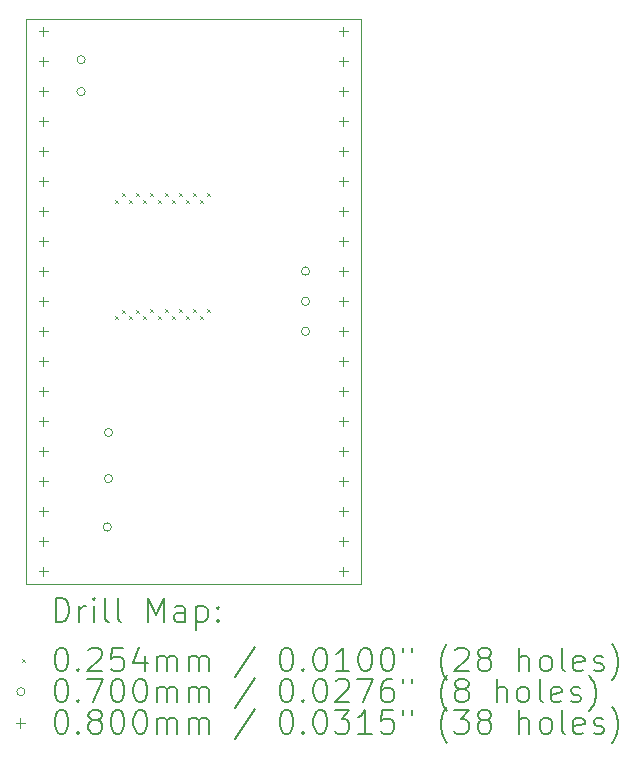
<source format=gbr>
%TF.GenerationSoftware,KiCad,Pcbnew,7.0.5-0*%
%TF.CreationDate,2023-06-27T18:34:17-07:00*%
%TF.ProjectId,AAXA01,41415841-3031-42e6-9b69-6361645f7063,rev?*%
%TF.SameCoordinates,Original*%
%TF.FileFunction,Drillmap*%
%TF.FilePolarity,Positive*%
%FSLAX45Y45*%
G04 Gerber Fmt 4.5, Leading zero omitted, Abs format (unit mm)*
G04 Created by KiCad (PCBNEW 7.0.5-0) date 2023-06-27 18:34:17*
%MOMM*%
%LPD*%
G01*
G04 APERTURE LIST*
%ADD10C,0.100000*%
%ADD11C,0.200000*%
%ADD12C,0.025400*%
%ADD13C,0.070000*%
%ADD14C,0.080000*%
G04 APERTURE END LIST*
D10*
X10000000Y-5210000D02*
X12840000Y-5210000D01*
X12840000Y-10000000D01*
X10000000Y-10000000D01*
X10000000Y-5210000D01*
D11*
D12*
X10756932Y-6745572D02*
X10782332Y-6770972D01*
X10782332Y-6745572D02*
X10756932Y-6770972D01*
X10756932Y-7725572D02*
X10782332Y-7750972D01*
X10782332Y-7725572D02*
X10756932Y-7750972D01*
X10816932Y-6685572D02*
X10842332Y-6710972D01*
X10842332Y-6685572D02*
X10816932Y-6710972D01*
X10816932Y-7675572D02*
X10842332Y-7700972D01*
X10842332Y-7675572D02*
X10816932Y-7700972D01*
X10876932Y-6745572D02*
X10902332Y-6770972D01*
X10902332Y-6745572D02*
X10876932Y-6770972D01*
X10876932Y-7725572D02*
X10902332Y-7750972D01*
X10902332Y-7725572D02*
X10876932Y-7750972D01*
X10936932Y-6685572D02*
X10962332Y-6710972D01*
X10962332Y-6685572D02*
X10936932Y-6710972D01*
X10936932Y-7675572D02*
X10962332Y-7700972D01*
X10962332Y-7675572D02*
X10936932Y-7700972D01*
X10996932Y-6745572D02*
X11022332Y-6770972D01*
X11022332Y-6745572D02*
X10996932Y-6770972D01*
X10996932Y-7725572D02*
X11022332Y-7750972D01*
X11022332Y-7725572D02*
X10996932Y-7750972D01*
X11056932Y-6685572D02*
X11082332Y-6710972D01*
X11082332Y-6685572D02*
X11056932Y-6710972D01*
X11056932Y-7665572D02*
X11082332Y-7690972D01*
X11082332Y-7665572D02*
X11056932Y-7690972D01*
X11116932Y-6745572D02*
X11142332Y-6770972D01*
X11142332Y-6745572D02*
X11116932Y-6770972D01*
X11116932Y-7725572D02*
X11142332Y-7750972D01*
X11142332Y-7725572D02*
X11116932Y-7750972D01*
X11176932Y-6685572D02*
X11202332Y-6710972D01*
X11202332Y-6685572D02*
X11176932Y-6710972D01*
X11176932Y-7665572D02*
X11202332Y-7690972D01*
X11202332Y-7665572D02*
X11176932Y-7690972D01*
X11236932Y-6745572D02*
X11262332Y-6770972D01*
X11262332Y-6745572D02*
X11236932Y-6770972D01*
X11236932Y-7725572D02*
X11262332Y-7750972D01*
X11262332Y-7725572D02*
X11236932Y-7750972D01*
X11296932Y-6685572D02*
X11322332Y-6710972D01*
X11322332Y-6685572D02*
X11296932Y-6710972D01*
X11296932Y-7665572D02*
X11322332Y-7690972D01*
X11322332Y-7665572D02*
X11296932Y-7690972D01*
X11356932Y-6745572D02*
X11382332Y-6770972D01*
X11382332Y-6745572D02*
X11356932Y-6770972D01*
X11356932Y-7725572D02*
X11382332Y-7750972D01*
X11382332Y-7725572D02*
X11356932Y-7750972D01*
X11416932Y-6685572D02*
X11442332Y-6710972D01*
X11442332Y-6685572D02*
X11416932Y-6710972D01*
X11416932Y-7665572D02*
X11442332Y-7690972D01*
X11442332Y-7665572D02*
X11416932Y-7690972D01*
X11476932Y-6745572D02*
X11502332Y-6770972D01*
X11502332Y-6745572D02*
X11476932Y-6770972D01*
X11476932Y-7725572D02*
X11502332Y-7750972D01*
X11502332Y-7725572D02*
X11476932Y-7750972D01*
X11536932Y-6685572D02*
X11562332Y-6710972D01*
X11562332Y-6685572D02*
X11536932Y-6710972D01*
X11536932Y-7665572D02*
X11562332Y-7690972D01*
X11562332Y-7665572D02*
X11536932Y-7690972D01*
D13*
X10504632Y-5558272D02*
G75*
G03*
X10504632Y-5558272I-35000J0D01*
G01*
X10504632Y-5828272D02*
G75*
G03*
X10504632Y-5828272I-35000J0D01*
G01*
X10725882Y-9514772D02*
G75*
G03*
X10725882Y-9514772I-35000J0D01*
G01*
X10735882Y-8714772D02*
G75*
G03*
X10735882Y-8714772I-35000J0D01*
G01*
X10735882Y-9104772D02*
G75*
G03*
X10735882Y-9104772I-35000J0D01*
G01*
X12404246Y-7603630D02*
G75*
G03*
X12404246Y-7603630I-35000J0D01*
G01*
X12404632Y-7348272D02*
G75*
G03*
X12404632Y-7348272I-35000J0D01*
G01*
X12404632Y-7858272D02*
G75*
G03*
X12404632Y-7858272I-35000J0D01*
G01*
D14*
X10149632Y-5278272D02*
X10149632Y-5358272D01*
X10109632Y-5318272D02*
X10189632Y-5318272D01*
X10149632Y-5532272D02*
X10149632Y-5612272D01*
X10109632Y-5572272D02*
X10189632Y-5572272D01*
X10149632Y-5786272D02*
X10149632Y-5866272D01*
X10109632Y-5826272D02*
X10189632Y-5826272D01*
X10149632Y-6040272D02*
X10149632Y-6120272D01*
X10109632Y-6080272D02*
X10189632Y-6080272D01*
X10149632Y-6294272D02*
X10149632Y-6374272D01*
X10109632Y-6334272D02*
X10189632Y-6334272D01*
X10149632Y-6548272D02*
X10149632Y-6628272D01*
X10109632Y-6588272D02*
X10189632Y-6588272D01*
X10149632Y-6802272D02*
X10149632Y-6882272D01*
X10109632Y-6842272D02*
X10189632Y-6842272D01*
X10149632Y-7056272D02*
X10149632Y-7136272D01*
X10109632Y-7096272D02*
X10189632Y-7096272D01*
X10149632Y-7310272D02*
X10149632Y-7390272D01*
X10109632Y-7350272D02*
X10189632Y-7350272D01*
X10149632Y-7564272D02*
X10149632Y-7644272D01*
X10109632Y-7604272D02*
X10189632Y-7604272D01*
X10149632Y-7818272D02*
X10149632Y-7898272D01*
X10109632Y-7858272D02*
X10189632Y-7858272D01*
X10149632Y-8072272D02*
X10149632Y-8152272D01*
X10109632Y-8112272D02*
X10189632Y-8112272D01*
X10149632Y-8326272D02*
X10149632Y-8406272D01*
X10109632Y-8366272D02*
X10189632Y-8366272D01*
X10149632Y-8580272D02*
X10149632Y-8660272D01*
X10109632Y-8620272D02*
X10189632Y-8620272D01*
X10149632Y-8834272D02*
X10149632Y-8914272D01*
X10109632Y-8874272D02*
X10189632Y-8874272D01*
X10149632Y-9088272D02*
X10149632Y-9168272D01*
X10109632Y-9128272D02*
X10189632Y-9128272D01*
X10149632Y-9342272D02*
X10149632Y-9422272D01*
X10109632Y-9382272D02*
X10189632Y-9382272D01*
X10150000Y-9596000D02*
X10150000Y-9676000D01*
X10110000Y-9636000D02*
X10190000Y-9636000D01*
X10150000Y-9850000D02*
X10150000Y-9930000D01*
X10110000Y-9890000D02*
X10190000Y-9890000D01*
X12689632Y-5278272D02*
X12689632Y-5358272D01*
X12649632Y-5318272D02*
X12729632Y-5318272D01*
X12689632Y-5532272D02*
X12689632Y-5612272D01*
X12649632Y-5572272D02*
X12729632Y-5572272D01*
X12689632Y-5786272D02*
X12689632Y-5866272D01*
X12649632Y-5826272D02*
X12729632Y-5826272D01*
X12689632Y-6040272D02*
X12689632Y-6120272D01*
X12649632Y-6080272D02*
X12729632Y-6080272D01*
X12689632Y-6294272D02*
X12689632Y-6374272D01*
X12649632Y-6334272D02*
X12729632Y-6334272D01*
X12689632Y-6548272D02*
X12689632Y-6628272D01*
X12649632Y-6588272D02*
X12729632Y-6588272D01*
X12689632Y-6802272D02*
X12689632Y-6882272D01*
X12649632Y-6842272D02*
X12729632Y-6842272D01*
X12689632Y-7056272D02*
X12689632Y-7136272D01*
X12649632Y-7096272D02*
X12729632Y-7096272D01*
X12689632Y-7310272D02*
X12689632Y-7390272D01*
X12649632Y-7350272D02*
X12729632Y-7350272D01*
X12689632Y-7564272D02*
X12689632Y-7644272D01*
X12649632Y-7604272D02*
X12729632Y-7604272D01*
X12689632Y-7818272D02*
X12689632Y-7898272D01*
X12649632Y-7858272D02*
X12729632Y-7858272D01*
X12689632Y-8072272D02*
X12689632Y-8152272D01*
X12649632Y-8112272D02*
X12729632Y-8112272D01*
X12689632Y-8326272D02*
X12689632Y-8406272D01*
X12649632Y-8366272D02*
X12729632Y-8366272D01*
X12689632Y-8580272D02*
X12689632Y-8660272D01*
X12649632Y-8620272D02*
X12729632Y-8620272D01*
X12689632Y-8834272D02*
X12689632Y-8914272D01*
X12649632Y-8874272D02*
X12729632Y-8874272D01*
X12689632Y-9088272D02*
X12689632Y-9168272D01*
X12649632Y-9128272D02*
X12729632Y-9128272D01*
X12689632Y-9342272D02*
X12689632Y-9422272D01*
X12649632Y-9382272D02*
X12729632Y-9382272D01*
X12689632Y-9596272D02*
X12689632Y-9676272D01*
X12649632Y-9636272D02*
X12729632Y-9636272D01*
X12689632Y-9850272D02*
X12689632Y-9930272D01*
X12649632Y-9890272D02*
X12729632Y-9890272D01*
D11*
X10255777Y-10316484D02*
X10255777Y-10116484D01*
X10255777Y-10116484D02*
X10303396Y-10116484D01*
X10303396Y-10116484D02*
X10331967Y-10126008D01*
X10331967Y-10126008D02*
X10351015Y-10145055D01*
X10351015Y-10145055D02*
X10360539Y-10164103D01*
X10360539Y-10164103D02*
X10370063Y-10202198D01*
X10370063Y-10202198D02*
X10370063Y-10230770D01*
X10370063Y-10230770D02*
X10360539Y-10268865D01*
X10360539Y-10268865D02*
X10351015Y-10287912D01*
X10351015Y-10287912D02*
X10331967Y-10306960D01*
X10331967Y-10306960D02*
X10303396Y-10316484D01*
X10303396Y-10316484D02*
X10255777Y-10316484D01*
X10455777Y-10316484D02*
X10455777Y-10183150D01*
X10455777Y-10221246D02*
X10465301Y-10202198D01*
X10465301Y-10202198D02*
X10474824Y-10192674D01*
X10474824Y-10192674D02*
X10493872Y-10183150D01*
X10493872Y-10183150D02*
X10512920Y-10183150D01*
X10579586Y-10316484D02*
X10579586Y-10183150D01*
X10579586Y-10116484D02*
X10570063Y-10126008D01*
X10570063Y-10126008D02*
X10579586Y-10135531D01*
X10579586Y-10135531D02*
X10589110Y-10126008D01*
X10589110Y-10126008D02*
X10579586Y-10116484D01*
X10579586Y-10116484D02*
X10579586Y-10135531D01*
X10703396Y-10316484D02*
X10684348Y-10306960D01*
X10684348Y-10306960D02*
X10674824Y-10287912D01*
X10674824Y-10287912D02*
X10674824Y-10116484D01*
X10808158Y-10316484D02*
X10789110Y-10306960D01*
X10789110Y-10306960D02*
X10779586Y-10287912D01*
X10779586Y-10287912D02*
X10779586Y-10116484D01*
X11036729Y-10316484D02*
X11036729Y-10116484D01*
X11036729Y-10116484D02*
X11103396Y-10259341D01*
X11103396Y-10259341D02*
X11170063Y-10116484D01*
X11170063Y-10116484D02*
X11170063Y-10316484D01*
X11351015Y-10316484D02*
X11351015Y-10211722D01*
X11351015Y-10211722D02*
X11341491Y-10192674D01*
X11341491Y-10192674D02*
X11322443Y-10183150D01*
X11322443Y-10183150D02*
X11284348Y-10183150D01*
X11284348Y-10183150D02*
X11265301Y-10192674D01*
X11351015Y-10306960D02*
X11331967Y-10316484D01*
X11331967Y-10316484D02*
X11284348Y-10316484D01*
X11284348Y-10316484D02*
X11265301Y-10306960D01*
X11265301Y-10306960D02*
X11255777Y-10287912D01*
X11255777Y-10287912D02*
X11255777Y-10268865D01*
X11255777Y-10268865D02*
X11265301Y-10249817D01*
X11265301Y-10249817D02*
X11284348Y-10240293D01*
X11284348Y-10240293D02*
X11331967Y-10240293D01*
X11331967Y-10240293D02*
X11351015Y-10230770D01*
X11446253Y-10183150D02*
X11446253Y-10383150D01*
X11446253Y-10192674D02*
X11465301Y-10183150D01*
X11465301Y-10183150D02*
X11503396Y-10183150D01*
X11503396Y-10183150D02*
X11522443Y-10192674D01*
X11522443Y-10192674D02*
X11531967Y-10202198D01*
X11531967Y-10202198D02*
X11541491Y-10221246D01*
X11541491Y-10221246D02*
X11541491Y-10278389D01*
X11541491Y-10278389D02*
X11531967Y-10297436D01*
X11531967Y-10297436D02*
X11522443Y-10306960D01*
X11522443Y-10306960D02*
X11503396Y-10316484D01*
X11503396Y-10316484D02*
X11465301Y-10316484D01*
X11465301Y-10316484D02*
X11446253Y-10306960D01*
X11627205Y-10297436D02*
X11636729Y-10306960D01*
X11636729Y-10306960D02*
X11627205Y-10316484D01*
X11627205Y-10316484D02*
X11617682Y-10306960D01*
X11617682Y-10306960D02*
X11627205Y-10297436D01*
X11627205Y-10297436D02*
X11627205Y-10316484D01*
X11627205Y-10192674D02*
X11636729Y-10202198D01*
X11636729Y-10202198D02*
X11627205Y-10211722D01*
X11627205Y-10211722D02*
X11617682Y-10202198D01*
X11617682Y-10202198D02*
X11627205Y-10192674D01*
X11627205Y-10192674D02*
X11627205Y-10211722D01*
D12*
X9969600Y-10632300D02*
X9995000Y-10657700D01*
X9995000Y-10632300D02*
X9969600Y-10657700D01*
D11*
X10293872Y-10536484D02*
X10312920Y-10536484D01*
X10312920Y-10536484D02*
X10331967Y-10546008D01*
X10331967Y-10546008D02*
X10341491Y-10555531D01*
X10341491Y-10555531D02*
X10351015Y-10574579D01*
X10351015Y-10574579D02*
X10360539Y-10612674D01*
X10360539Y-10612674D02*
X10360539Y-10660293D01*
X10360539Y-10660293D02*
X10351015Y-10698389D01*
X10351015Y-10698389D02*
X10341491Y-10717436D01*
X10341491Y-10717436D02*
X10331967Y-10726960D01*
X10331967Y-10726960D02*
X10312920Y-10736484D01*
X10312920Y-10736484D02*
X10293872Y-10736484D01*
X10293872Y-10736484D02*
X10274824Y-10726960D01*
X10274824Y-10726960D02*
X10265301Y-10717436D01*
X10265301Y-10717436D02*
X10255777Y-10698389D01*
X10255777Y-10698389D02*
X10246253Y-10660293D01*
X10246253Y-10660293D02*
X10246253Y-10612674D01*
X10246253Y-10612674D02*
X10255777Y-10574579D01*
X10255777Y-10574579D02*
X10265301Y-10555531D01*
X10265301Y-10555531D02*
X10274824Y-10546008D01*
X10274824Y-10546008D02*
X10293872Y-10536484D01*
X10446253Y-10717436D02*
X10455777Y-10726960D01*
X10455777Y-10726960D02*
X10446253Y-10736484D01*
X10446253Y-10736484D02*
X10436729Y-10726960D01*
X10436729Y-10726960D02*
X10446253Y-10717436D01*
X10446253Y-10717436D02*
X10446253Y-10736484D01*
X10531967Y-10555531D02*
X10541491Y-10546008D01*
X10541491Y-10546008D02*
X10560539Y-10536484D01*
X10560539Y-10536484D02*
X10608158Y-10536484D01*
X10608158Y-10536484D02*
X10627205Y-10546008D01*
X10627205Y-10546008D02*
X10636729Y-10555531D01*
X10636729Y-10555531D02*
X10646253Y-10574579D01*
X10646253Y-10574579D02*
X10646253Y-10593627D01*
X10646253Y-10593627D02*
X10636729Y-10622198D01*
X10636729Y-10622198D02*
X10522444Y-10736484D01*
X10522444Y-10736484D02*
X10646253Y-10736484D01*
X10827205Y-10536484D02*
X10731967Y-10536484D01*
X10731967Y-10536484D02*
X10722444Y-10631722D01*
X10722444Y-10631722D02*
X10731967Y-10622198D01*
X10731967Y-10622198D02*
X10751015Y-10612674D01*
X10751015Y-10612674D02*
X10798634Y-10612674D01*
X10798634Y-10612674D02*
X10817682Y-10622198D01*
X10817682Y-10622198D02*
X10827205Y-10631722D01*
X10827205Y-10631722D02*
X10836729Y-10650770D01*
X10836729Y-10650770D02*
X10836729Y-10698389D01*
X10836729Y-10698389D02*
X10827205Y-10717436D01*
X10827205Y-10717436D02*
X10817682Y-10726960D01*
X10817682Y-10726960D02*
X10798634Y-10736484D01*
X10798634Y-10736484D02*
X10751015Y-10736484D01*
X10751015Y-10736484D02*
X10731967Y-10726960D01*
X10731967Y-10726960D02*
X10722444Y-10717436D01*
X11008158Y-10603150D02*
X11008158Y-10736484D01*
X10960539Y-10526960D02*
X10912920Y-10669817D01*
X10912920Y-10669817D02*
X11036729Y-10669817D01*
X11112920Y-10736484D02*
X11112920Y-10603150D01*
X11112920Y-10622198D02*
X11122444Y-10612674D01*
X11122444Y-10612674D02*
X11141491Y-10603150D01*
X11141491Y-10603150D02*
X11170063Y-10603150D01*
X11170063Y-10603150D02*
X11189110Y-10612674D01*
X11189110Y-10612674D02*
X11198634Y-10631722D01*
X11198634Y-10631722D02*
X11198634Y-10736484D01*
X11198634Y-10631722D02*
X11208158Y-10612674D01*
X11208158Y-10612674D02*
X11227205Y-10603150D01*
X11227205Y-10603150D02*
X11255777Y-10603150D01*
X11255777Y-10603150D02*
X11274824Y-10612674D01*
X11274824Y-10612674D02*
X11284348Y-10631722D01*
X11284348Y-10631722D02*
X11284348Y-10736484D01*
X11379586Y-10736484D02*
X11379586Y-10603150D01*
X11379586Y-10622198D02*
X11389110Y-10612674D01*
X11389110Y-10612674D02*
X11408158Y-10603150D01*
X11408158Y-10603150D02*
X11436729Y-10603150D01*
X11436729Y-10603150D02*
X11455777Y-10612674D01*
X11455777Y-10612674D02*
X11465301Y-10631722D01*
X11465301Y-10631722D02*
X11465301Y-10736484D01*
X11465301Y-10631722D02*
X11474824Y-10612674D01*
X11474824Y-10612674D02*
X11493872Y-10603150D01*
X11493872Y-10603150D02*
X11522443Y-10603150D01*
X11522443Y-10603150D02*
X11541491Y-10612674D01*
X11541491Y-10612674D02*
X11551015Y-10631722D01*
X11551015Y-10631722D02*
X11551015Y-10736484D01*
X11941491Y-10526960D02*
X11770063Y-10784103D01*
X12198634Y-10536484D02*
X12217682Y-10536484D01*
X12217682Y-10536484D02*
X12236729Y-10546008D01*
X12236729Y-10546008D02*
X12246253Y-10555531D01*
X12246253Y-10555531D02*
X12255777Y-10574579D01*
X12255777Y-10574579D02*
X12265301Y-10612674D01*
X12265301Y-10612674D02*
X12265301Y-10660293D01*
X12265301Y-10660293D02*
X12255777Y-10698389D01*
X12255777Y-10698389D02*
X12246253Y-10717436D01*
X12246253Y-10717436D02*
X12236729Y-10726960D01*
X12236729Y-10726960D02*
X12217682Y-10736484D01*
X12217682Y-10736484D02*
X12198634Y-10736484D01*
X12198634Y-10736484D02*
X12179586Y-10726960D01*
X12179586Y-10726960D02*
X12170063Y-10717436D01*
X12170063Y-10717436D02*
X12160539Y-10698389D01*
X12160539Y-10698389D02*
X12151015Y-10660293D01*
X12151015Y-10660293D02*
X12151015Y-10612674D01*
X12151015Y-10612674D02*
X12160539Y-10574579D01*
X12160539Y-10574579D02*
X12170063Y-10555531D01*
X12170063Y-10555531D02*
X12179586Y-10546008D01*
X12179586Y-10546008D02*
X12198634Y-10536484D01*
X12351015Y-10717436D02*
X12360539Y-10726960D01*
X12360539Y-10726960D02*
X12351015Y-10736484D01*
X12351015Y-10736484D02*
X12341491Y-10726960D01*
X12341491Y-10726960D02*
X12351015Y-10717436D01*
X12351015Y-10717436D02*
X12351015Y-10736484D01*
X12484348Y-10536484D02*
X12503396Y-10536484D01*
X12503396Y-10536484D02*
X12522444Y-10546008D01*
X12522444Y-10546008D02*
X12531967Y-10555531D01*
X12531967Y-10555531D02*
X12541491Y-10574579D01*
X12541491Y-10574579D02*
X12551015Y-10612674D01*
X12551015Y-10612674D02*
X12551015Y-10660293D01*
X12551015Y-10660293D02*
X12541491Y-10698389D01*
X12541491Y-10698389D02*
X12531967Y-10717436D01*
X12531967Y-10717436D02*
X12522444Y-10726960D01*
X12522444Y-10726960D02*
X12503396Y-10736484D01*
X12503396Y-10736484D02*
X12484348Y-10736484D01*
X12484348Y-10736484D02*
X12465301Y-10726960D01*
X12465301Y-10726960D02*
X12455777Y-10717436D01*
X12455777Y-10717436D02*
X12446253Y-10698389D01*
X12446253Y-10698389D02*
X12436729Y-10660293D01*
X12436729Y-10660293D02*
X12436729Y-10612674D01*
X12436729Y-10612674D02*
X12446253Y-10574579D01*
X12446253Y-10574579D02*
X12455777Y-10555531D01*
X12455777Y-10555531D02*
X12465301Y-10546008D01*
X12465301Y-10546008D02*
X12484348Y-10536484D01*
X12741491Y-10736484D02*
X12627206Y-10736484D01*
X12684348Y-10736484D02*
X12684348Y-10536484D01*
X12684348Y-10536484D02*
X12665301Y-10565055D01*
X12665301Y-10565055D02*
X12646253Y-10584103D01*
X12646253Y-10584103D02*
X12627206Y-10593627D01*
X12865301Y-10536484D02*
X12884348Y-10536484D01*
X12884348Y-10536484D02*
X12903396Y-10546008D01*
X12903396Y-10546008D02*
X12912920Y-10555531D01*
X12912920Y-10555531D02*
X12922444Y-10574579D01*
X12922444Y-10574579D02*
X12931967Y-10612674D01*
X12931967Y-10612674D02*
X12931967Y-10660293D01*
X12931967Y-10660293D02*
X12922444Y-10698389D01*
X12922444Y-10698389D02*
X12912920Y-10717436D01*
X12912920Y-10717436D02*
X12903396Y-10726960D01*
X12903396Y-10726960D02*
X12884348Y-10736484D01*
X12884348Y-10736484D02*
X12865301Y-10736484D01*
X12865301Y-10736484D02*
X12846253Y-10726960D01*
X12846253Y-10726960D02*
X12836729Y-10717436D01*
X12836729Y-10717436D02*
X12827206Y-10698389D01*
X12827206Y-10698389D02*
X12817682Y-10660293D01*
X12817682Y-10660293D02*
X12817682Y-10612674D01*
X12817682Y-10612674D02*
X12827206Y-10574579D01*
X12827206Y-10574579D02*
X12836729Y-10555531D01*
X12836729Y-10555531D02*
X12846253Y-10546008D01*
X12846253Y-10546008D02*
X12865301Y-10536484D01*
X13055777Y-10536484D02*
X13074825Y-10536484D01*
X13074825Y-10536484D02*
X13093872Y-10546008D01*
X13093872Y-10546008D02*
X13103396Y-10555531D01*
X13103396Y-10555531D02*
X13112920Y-10574579D01*
X13112920Y-10574579D02*
X13122444Y-10612674D01*
X13122444Y-10612674D02*
X13122444Y-10660293D01*
X13122444Y-10660293D02*
X13112920Y-10698389D01*
X13112920Y-10698389D02*
X13103396Y-10717436D01*
X13103396Y-10717436D02*
X13093872Y-10726960D01*
X13093872Y-10726960D02*
X13074825Y-10736484D01*
X13074825Y-10736484D02*
X13055777Y-10736484D01*
X13055777Y-10736484D02*
X13036729Y-10726960D01*
X13036729Y-10726960D02*
X13027206Y-10717436D01*
X13027206Y-10717436D02*
X13017682Y-10698389D01*
X13017682Y-10698389D02*
X13008158Y-10660293D01*
X13008158Y-10660293D02*
X13008158Y-10612674D01*
X13008158Y-10612674D02*
X13017682Y-10574579D01*
X13017682Y-10574579D02*
X13027206Y-10555531D01*
X13027206Y-10555531D02*
X13036729Y-10546008D01*
X13036729Y-10546008D02*
X13055777Y-10536484D01*
X13198634Y-10536484D02*
X13198634Y-10574579D01*
X13274825Y-10536484D02*
X13274825Y-10574579D01*
X13570063Y-10812674D02*
X13560539Y-10803150D01*
X13560539Y-10803150D02*
X13541491Y-10774579D01*
X13541491Y-10774579D02*
X13531968Y-10755531D01*
X13531968Y-10755531D02*
X13522444Y-10726960D01*
X13522444Y-10726960D02*
X13512920Y-10679341D01*
X13512920Y-10679341D02*
X13512920Y-10641246D01*
X13512920Y-10641246D02*
X13522444Y-10593627D01*
X13522444Y-10593627D02*
X13531968Y-10565055D01*
X13531968Y-10565055D02*
X13541491Y-10546008D01*
X13541491Y-10546008D02*
X13560539Y-10517436D01*
X13560539Y-10517436D02*
X13570063Y-10507912D01*
X13636729Y-10555531D02*
X13646253Y-10546008D01*
X13646253Y-10546008D02*
X13665301Y-10536484D01*
X13665301Y-10536484D02*
X13712920Y-10536484D01*
X13712920Y-10536484D02*
X13731968Y-10546008D01*
X13731968Y-10546008D02*
X13741491Y-10555531D01*
X13741491Y-10555531D02*
X13751015Y-10574579D01*
X13751015Y-10574579D02*
X13751015Y-10593627D01*
X13751015Y-10593627D02*
X13741491Y-10622198D01*
X13741491Y-10622198D02*
X13627206Y-10736484D01*
X13627206Y-10736484D02*
X13751015Y-10736484D01*
X13865301Y-10622198D02*
X13846253Y-10612674D01*
X13846253Y-10612674D02*
X13836729Y-10603150D01*
X13836729Y-10603150D02*
X13827206Y-10584103D01*
X13827206Y-10584103D02*
X13827206Y-10574579D01*
X13827206Y-10574579D02*
X13836729Y-10555531D01*
X13836729Y-10555531D02*
X13846253Y-10546008D01*
X13846253Y-10546008D02*
X13865301Y-10536484D01*
X13865301Y-10536484D02*
X13903396Y-10536484D01*
X13903396Y-10536484D02*
X13922444Y-10546008D01*
X13922444Y-10546008D02*
X13931968Y-10555531D01*
X13931968Y-10555531D02*
X13941491Y-10574579D01*
X13941491Y-10574579D02*
X13941491Y-10584103D01*
X13941491Y-10584103D02*
X13931968Y-10603150D01*
X13931968Y-10603150D02*
X13922444Y-10612674D01*
X13922444Y-10612674D02*
X13903396Y-10622198D01*
X13903396Y-10622198D02*
X13865301Y-10622198D01*
X13865301Y-10622198D02*
X13846253Y-10631722D01*
X13846253Y-10631722D02*
X13836729Y-10641246D01*
X13836729Y-10641246D02*
X13827206Y-10660293D01*
X13827206Y-10660293D02*
X13827206Y-10698389D01*
X13827206Y-10698389D02*
X13836729Y-10717436D01*
X13836729Y-10717436D02*
X13846253Y-10726960D01*
X13846253Y-10726960D02*
X13865301Y-10736484D01*
X13865301Y-10736484D02*
X13903396Y-10736484D01*
X13903396Y-10736484D02*
X13922444Y-10726960D01*
X13922444Y-10726960D02*
X13931968Y-10717436D01*
X13931968Y-10717436D02*
X13941491Y-10698389D01*
X13941491Y-10698389D02*
X13941491Y-10660293D01*
X13941491Y-10660293D02*
X13931968Y-10641246D01*
X13931968Y-10641246D02*
X13922444Y-10631722D01*
X13922444Y-10631722D02*
X13903396Y-10622198D01*
X14179587Y-10736484D02*
X14179587Y-10536484D01*
X14265301Y-10736484D02*
X14265301Y-10631722D01*
X14265301Y-10631722D02*
X14255777Y-10612674D01*
X14255777Y-10612674D02*
X14236730Y-10603150D01*
X14236730Y-10603150D02*
X14208158Y-10603150D01*
X14208158Y-10603150D02*
X14189110Y-10612674D01*
X14189110Y-10612674D02*
X14179587Y-10622198D01*
X14389110Y-10736484D02*
X14370063Y-10726960D01*
X14370063Y-10726960D02*
X14360539Y-10717436D01*
X14360539Y-10717436D02*
X14351015Y-10698389D01*
X14351015Y-10698389D02*
X14351015Y-10641246D01*
X14351015Y-10641246D02*
X14360539Y-10622198D01*
X14360539Y-10622198D02*
X14370063Y-10612674D01*
X14370063Y-10612674D02*
X14389110Y-10603150D01*
X14389110Y-10603150D02*
X14417682Y-10603150D01*
X14417682Y-10603150D02*
X14436730Y-10612674D01*
X14436730Y-10612674D02*
X14446253Y-10622198D01*
X14446253Y-10622198D02*
X14455777Y-10641246D01*
X14455777Y-10641246D02*
X14455777Y-10698389D01*
X14455777Y-10698389D02*
X14446253Y-10717436D01*
X14446253Y-10717436D02*
X14436730Y-10726960D01*
X14436730Y-10726960D02*
X14417682Y-10736484D01*
X14417682Y-10736484D02*
X14389110Y-10736484D01*
X14570063Y-10736484D02*
X14551015Y-10726960D01*
X14551015Y-10726960D02*
X14541491Y-10707912D01*
X14541491Y-10707912D02*
X14541491Y-10536484D01*
X14722444Y-10726960D02*
X14703396Y-10736484D01*
X14703396Y-10736484D02*
X14665301Y-10736484D01*
X14665301Y-10736484D02*
X14646253Y-10726960D01*
X14646253Y-10726960D02*
X14636730Y-10707912D01*
X14636730Y-10707912D02*
X14636730Y-10631722D01*
X14636730Y-10631722D02*
X14646253Y-10612674D01*
X14646253Y-10612674D02*
X14665301Y-10603150D01*
X14665301Y-10603150D02*
X14703396Y-10603150D01*
X14703396Y-10603150D02*
X14722444Y-10612674D01*
X14722444Y-10612674D02*
X14731968Y-10631722D01*
X14731968Y-10631722D02*
X14731968Y-10650770D01*
X14731968Y-10650770D02*
X14636730Y-10669817D01*
X14808158Y-10726960D02*
X14827206Y-10736484D01*
X14827206Y-10736484D02*
X14865301Y-10736484D01*
X14865301Y-10736484D02*
X14884349Y-10726960D01*
X14884349Y-10726960D02*
X14893872Y-10707912D01*
X14893872Y-10707912D02*
X14893872Y-10698389D01*
X14893872Y-10698389D02*
X14884349Y-10679341D01*
X14884349Y-10679341D02*
X14865301Y-10669817D01*
X14865301Y-10669817D02*
X14836730Y-10669817D01*
X14836730Y-10669817D02*
X14817682Y-10660293D01*
X14817682Y-10660293D02*
X14808158Y-10641246D01*
X14808158Y-10641246D02*
X14808158Y-10631722D01*
X14808158Y-10631722D02*
X14817682Y-10612674D01*
X14817682Y-10612674D02*
X14836730Y-10603150D01*
X14836730Y-10603150D02*
X14865301Y-10603150D01*
X14865301Y-10603150D02*
X14884349Y-10612674D01*
X14960539Y-10812674D02*
X14970063Y-10803150D01*
X14970063Y-10803150D02*
X14989111Y-10774579D01*
X14989111Y-10774579D02*
X14998634Y-10755531D01*
X14998634Y-10755531D02*
X15008158Y-10726960D01*
X15008158Y-10726960D02*
X15017682Y-10679341D01*
X15017682Y-10679341D02*
X15017682Y-10641246D01*
X15017682Y-10641246D02*
X15008158Y-10593627D01*
X15008158Y-10593627D02*
X14998634Y-10565055D01*
X14998634Y-10565055D02*
X14989111Y-10546008D01*
X14989111Y-10546008D02*
X14970063Y-10517436D01*
X14970063Y-10517436D02*
X14960539Y-10507912D01*
D13*
X9995000Y-10909000D02*
G75*
G03*
X9995000Y-10909000I-35000J0D01*
G01*
D11*
X10293872Y-10800484D02*
X10312920Y-10800484D01*
X10312920Y-10800484D02*
X10331967Y-10810008D01*
X10331967Y-10810008D02*
X10341491Y-10819531D01*
X10341491Y-10819531D02*
X10351015Y-10838579D01*
X10351015Y-10838579D02*
X10360539Y-10876674D01*
X10360539Y-10876674D02*
X10360539Y-10924293D01*
X10360539Y-10924293D02*
X10351015Y-10962389D01*
X10351015Y-10962389D02*
X10341491Y-10981436D01*
X10341491Y-10981436D02*
X10331967Y-10990960D01*
X10331967Y-10990960D02*
X10312920Y-11000484D01*
X10312920Y-11000484D02*
X10293872Y-11000484D01*
X10293872Y-11000484D02*
X10274824Y-10990960D01*
X10274824Y-10990960D02*
X10265301Y-10981436D01*
X10265301Y-10981436D02*
X10255777Y-10962389D01*
X10255777Y-10962389D02*
X10246253Y-10924293D01*
X10246253Y-10924293D02*
X10246253Y-10876674D01*
X10246253Y-10876674D02*
X10255777Y-10838579D01*
X10255777Y-10838579D02*
X10265301Y-10819531D01*
X10265301Y-10819531D02*
X10274824Y-10810008D01*
X10274824Y-10810008D02*
X10293872Y-10800484D01*
X10446253Y-10981436D02*
X10455777Y-10990960D01*
X10455777Y-10990960D02*
X10446253Y-11000484D01*
X10446253Y-11000484D02*
X10436729Y-10990960D01*
X10436729Y-10990960D02*
X10446253Y-10981436D01*
X10446253Y-10981436D02*
X10446253Y-11000484D01*
X10522444Y-10800484D02*
X10655777Y-10800484D01*
X10655777Y-10800484D02*
X10570063Y-11000484D01*
X10770063Y-10800484D02*
X10789110Y-10800484D01*
X10789110Y-10800484D02*
X10808158Y-10810008D01*
X10808158Y-10810008D02*
X10817682Y-10819531D01*
X10817682Y-10819531D02*
X10827205Y-10838579D01*
X10827205Y-10838579D02*
X10836729Y-10876674D01*
X10836729Y-10876674D02*
X10836729Y-10924293D01*
X10836729Y-10924293D02*
X10827205Y-10962389D01*
X10827205Y-10962389D02*
X10817682Y-10981436D01*
X10817682Y-10981436D02*
X10808158Y-10990960D01*
X10808158Y-10990960D02*
X10789110Y-11000484D01*
X10789110Y-11000484D02*
X10770063Y-11000484D01*
X10770063Y-11000484D02*
X10751015Y-10990960D01*
X10751015Y-10990960D02*
X10741491Y-10981436D01*
X10741491Y-10981436D02*
X10731967Y-10962389D01*
X10731967Y-10962389D02*
X10722444Y-10924293D01*
X10722444Y-10924293D02*
X10722444Y-10876674D01*
X10722444Y-10876674D02*
X10731967Y-10838579D01*
X10731967Y-10838579D02*
X10741491Y-10819531D01*
X10741491Y-10819531D02*
X10751015Y-10810008D01*
X10751015Y-10810008D02*
X10770063Y-10800484D01*
X10960539Y-10800484D02*
X10979586Y-10800484D01*
X10979586Y-10800484D02*
X10998634Y-10810008D01*
X10998634Y-10810008D02*
X11008158Y-10819531D01*
X11008158Y-10819531D02*
X11017682Y-10838579D01*
X11017682Y-10838579D02*
X11027205Y-10876674D01*
X11027205Y-10876674D02*
X11027205Y-10924293D01*
X11027205Y-10924293D02*
X11017682Y-10962389D01*
X11017682Y-10962389D02*
X11008158Y-10981436D01*
X11008158Y-10981436D02*
X10998634Y-10990960D01*
X10998634Y-10990960D02*
X10979586Y-11000484D01*
X10979586Y-11000484D02*
X10960539Y-11000484D01*
X10960539Y-11000484D02*
X10941491Y-10990960D01*
X10941491Y-10990960D02*
X10931967Y-10981436D01*
X10931967Y-10981436D02*
X10922444Y-10962389D01*
X10922444Y-10962389D02*
X10912920Y-10924293D01*
X10912920Y-10924293D02*
X10912920Y-10876674D01*
X10912920Y-10876674D02*
X10922444Y-10838579D01*
X10922444Y-10838579D02*
X10931967Y-10819531D01*
X10931967Y-10819531D02*
X10941491Y-10810008D01*
X10941491Y-10810008D02*
X10960539Y-10800484D01*
X11112920Y-11000484D02*
X11112920Y-10867150D01*
X11112920Y-10886198D02*
X11122444Y-10876674D01*
X11122444Y-10876674D02*
X11141491Y-10867150D01*
X11141491Y-10867150D02*
X11170063Y-10867150D01*
X11170063Y-10867150D02*
X11189110Y-10876674D01*
X11189110Y-10876674D02*
X11198634Y-10895722D01*
X11198634Y-10895722D02*
X11198634Y-11000484D01*
X11198634Y-10895722D02*
X11208158Y-10876674D01*
X11208158Y-10876674D02*
X11227205Y-10867150D01*
X11227205Y-10867150D02*
X11255777Y-10867150D01*
X11255777Y-10867150D02*
X11274824Y-10876674D01*
X11274824Y-10876674D02*
X11284348Y-10895722D01*
X11284348Y-10895722D02*
X11284348Y-11000484D01*
X11379586Y-11000484D02*
X11379586Y-10867150D01*
X11379586Y-10886198D02*
X11389110Y-10876674D01*
X11389110Y-10876674D02*
X11408158Y-10867150D01*
X11408158Y-10867150D02*
X11436729Y-10867150D01*
X11436729Y-10867150D02*
X11455777Y-10876674D01*
X11455777Y-10876674D02*
X11465301Y-10895722D01*
X11465301Y-10895722D02*
X11465301Y-11000484D01*
X11465301Y-10895722D02*
X11474824Y-10876674D01*
X11474824Y-10876674D02*
X11493872Y-10867150D01*
X11493872Y-10867150D02*
X11522443Y-10867150D01*
X11522443Y-10867150D02*
X11541491Y-10876674D01*
X11541491Y-10876674D02*
X11551015Y-10895722D01*
X11551015Y-10895722D02*
X11551015Y-11000484D01*
X11941491Y-10790960D02*
X11770063Y-11048103D01*
X12198634Y-10800484D02*
X12217682Y-10800484D01*
X12217682Y-10800484D02*
X12236729Y-10810008D01*
X12236729Y-10810008D02*
X12246253Y-10819531D01*
X12246253Y-10819531D02*
X12255777Y-10838579D01*
X12255777Y-10838579D02*
X12265301Y-10876674D01*
X12265301Y-10876674D02*
X12265301Y-10924293D01*
X12265301Y-10924293D02*
X12255777Y-10962389D01*
X12255777Y-10962389D02*
X12246253Y-10981436D01*
X12246253Y-10981436D02*
X12236729Y-10990960D01*
X12236729Y-10990960D02*
X12217682Y-11000484D01*
X12217682Y-11000484D02*
X12198634Y-11000484D01*
X12198634Y-11000484D02*
X12179586Y-10990960D01*
X12179586Y-10990960D02*
X12170063Y-10981436D01*
X12170063Y-10981436D02*
X12160539Y-10962389D01*
X12160539Y-10962389D02*
X12151015Y-10924293D01*
X12151015Y-10924293D02*
X12151015Y-10876674D01*
X12151015Y-10876674D02*
X12160539Y-10838579D01*
X12160539Y-10838579D02*
X12170063Y-10819531D01*
X12170063Y-10819531D02*
X12179586Y-10810008D01*
X12179586Y-10810008D02*
X12198634Y-10800484D01*
X12351015Y-10981436D02*
X12360539Y-10990960D01*
X12360539Y-10990960D02*
X12351015Y-11000484D01*
X12351015Y-11000484D02*
X12341491Y-10990960D01*
X12341491Y-10990960D02*
X12351015Y-10981436D01*
X12351015Y-10981436D02*
X12351015Y-11000484D01*
X12484348Y-10800484D02*
X12503396Y-10800484D01*
X12503396Y-10800484D02*
X12522444Y-10810008D01*
X12522444Y-10810008D02*
X12531967Y-10819531D01*
X12531967Y-10819531D02*
X12541491Y-10838579D01*
X12541491Y-10838579D02*
X12551015Y-10876674D01*
X12551015Y-10876674D02*
X12551015Y-10924293D01*
X12551015Y-10924293D02*
X12541491Y-10962389D01*
X12541491Y-10962389D02*
X12531967Y-10981436D01*
X12531967Y-10981436D02*
X12522444Y-10990960D01*
X12522444Y-10990960D02*
X12503396Y-11000484D01*
X12503396Y-11000484D02*
X12484348Y-11000484D01*
X12484348Y-11000484D02*
X12465301Y-10990960D01*
X12465301Y-10990960D02*
X12455777Y-10981436D01*
X12455777Y-10981436D02*
X12446253Y-10962389D01*
X12446253Y-10962389D02*
X12436729Y-10924293D01*
X12436729Y-10924293D02*
X12436729Y-10876674D01*
X12436729Y-10876674D02*
X12446253Y-10838579D01*
X12446253Y-10838579D02*
X12455777Y-10819531D01*
X12455777Y-10819531D02*
X12465301Y-10810008D01*
X12465301Y-10810008D02*
X12484348Y-10800484D01*
X12627206Y-10819531D02*
X12636729Y-10810008D01*
X12636729Y-10810008D02*
X12655777Y-10800484D01*
X12655777Y-10800484D02*
X12703396Y-10800484D01*
X12703396Y-10800484D02*
X12722444Y-10810008D01*
X12722444Y-10810008D02*
X12731967Y-10819531D01*
X12731967Y-10819531D02*
X12741491Y-10838579D01*
X12741491Y-10838579D02*
X12741491Y-10857627D01*
X12741491Y-10857627D02*
X12731967Y-10886198D01*
X12731967Y-10886198D02*
X12617682Y-11000484D01*
X12617682Y-11000484D02*
X12741491Y-11000484D01*
X12808158Y-10800484D02*
X12941491Y-10800484D01*
X12941491Y-10800484D02*
X12855777Y-11000484D01*
X13103396Y-10800484D02*
X13065301Y-10800484D01*
X13065301Y-10800484D02*
X13046253Y-10810008D01*
X13046253Y-10810008D02*
X13036729Y-10819531D01*
X13036729Y-10819531D02*
X13017682Y-10848103D01*
X13017682Y-10848103D02*
X13008158Y-10886198D01*
X13008158Y-10886198D02*
X13008158Y-10962389D01*
X13008158Y-10962389D02*
X13017682Y-10981436D01*
X13017682Y-10981436D02*
X13027206Y-10990960D01*
X13027206Y-10990960D02*
X13046253Y-11000484D01*
X13046253Y-11000484D02*
X13084348Y-11000484D01*
X13084348Y-11000484D02*
X13103396Y-10990960D01*
X13103396Y-10990960D02*
X13112920Y-10981436D01*
X13112920Y-10981436D02*
X13122444Y-10962389D01*
X13122444Y-10962389D02*
X13122444Y-10914770D01*
X13122444Y-10914770D02*
X13112920Y-10895722D01*
X13112920Y-10895722D02*
X13103396Y-10886198D01*
X13103396Y-10886198D02*
X13084348Y-10876674D01*
X13084348Y-10876674D02*
X13046253Y-10876674D01*
X13046253Y-10876674D02*
X13027206Y-10886198D01*
X13027206Y-10886198D02*
X13017682Y-10895722D01*
X13017682Y-10895722D02*
X13008158Y-10914770D01*
X13198634Y-10800484D02*
X13198634Y-10838579D01*
X13274825Y-10800484D02*
X13274825Y-10838579D01*
X13570063Y-11076674D02*
X13560539Y-11067150D01*
X13560539Y-11067150D02*
X13541491Y-11038579D01*
X13541491Y-11038579D02*
X13531968Y-11019531D01*
X13531968Y-11019531D02*
X13522444Y-10990960D01*
X13522444Y-10990960D02*
X13512920Y-10943341D01*
X13512920Y-10943341D02*
X13512920Y-10905246D01*
X13512920Y-10905246D02*
X13522444Y-10857627D01*
X13522444Y-10857627D02*
X13531968Y-10829055D01*
X13531968Y-10829055D02*
X13541491Y-10810008D01*
X13541491Y-10810008D02*
X13560539Y-10781436D01*
X13560539Y-10781436D02*
X13570063Y-10771912D01*
X13674825Y-10886198D02*
X13655777Y-10876674D01*
X13655777Y-10876674D02*
X13646253Y-10867150D01*
X13646253Y-10867150D02*
X13636729Y-10848103D01*
X13636729Y-10848103D02*
X13636729Y-10838579D01*
X13636729Y-10838579D02*
X13646253Y-10819531D01*
X13646253Y-10819531D02*
X13655777Y-10810008D01*
X13655777Y-10810008D02*
X13674825Y-10800484D01*
X13674825Y-10800484D02*
X13712920Y-10800484D01*
X13712920Y-10800484D02*
X13731968Y-10810008D01*
X13731968Y-10810008D02*
X13741491Y-10819531D01*
X13741491Y-10819531D02*
X13751015Y-10838579D01*
X13751015Y-10838579D02*
X13751015Y-10848103D01*
X13751015Y-10848103D02*
X13741491Y-10867150D01*
X13741491Y-10867150D02*
X13731968Y-10876674D01*
X13731968Y-10876674D02*
X13712920Y-10886198D01*
X13712920Y-10886198D02*
X13674825Y-10886198D01*
X13674825Y-10886198D02*
X13655777Y-10895722D01*
X13655777Y-10895722D02*
X13646253Y-10905246D01*
X13646253Y-10905246D02*
X13636729Y-10924293D01*
X13636729Y-10924293D02*
X13636729Y-10962389D01*
X13636729Y-10962389D02*
X13646253Y-10981436D01*
X13646253Y-10981436D02*
X13655777Y-10990960D01*
X13655777Y-10990960D02*
X13674825Y-11000484D01*
X13674825Y-11000484D02*
X13712920Y-11000484D01*
X13712920Y-11000484D02*
X13731968Y-10990960D01*
X13731968Y-10990960D02*
X13741491Y-10981436D01*
X13741491Y-10981436D02*
X13751015Y-10962389D01*
X13751015Y-10962389D02*
X13751015Y-10924293D01*
X13751015Y-10924293D02*
X13741491Y-10905246D01*
X13741491Y-10905246D02*
X13731968Y-10895722D01*
X13731968Y-10895722D02*
X13712920Y-10886198D01*
X13989110Y-11000484D02*
X13989110Y-10800484D01*
X14074825Y-11000484D02*
X14074825Y-10895722D01*
X14074825Y-10895722D02*
X14065301Y-10876674D01*
X14065301Y-10876674D02*
X14046253Y-10867150D01*
X14046253Y-10867150D02*
X14017682Y-10867150D01*
X14017682Y-10867150D02*
X13998634Y-10876674D01*
X13998634Y-10876674D02*
X13989110Y-10886198D01*
X14198634Y-11000484D02*
X14179587Y-10990960D01*
X14179587Y-10990960D02*
X14170063Y-10981436D01*
X14170063Y-10981436D02*
X14160539Y-10962389D01*
X14160539Y-10962389D02*
X14160539Y-10905246D01*
X14160539Y-10905246D02*
X14170063Y-10886198D01*
X14170063Y-10886198D02*
X14179587Y-10876674D01*
X14179587Y-10876674D02*
X14198634Y-10867150D01*
X14198634Y-10867150D02*
X14227206Y-10867150D01*
X14227206Y-10867150D02*
X14246253Y-10876674D01*
X14246253Y-10876674D02*
X14255777Y-10886198D01*
X14255777Y-10886198D02*
X14265301Y-10905246D01*
X14265301Y-10905246D02*
X14265301Y-10962389D01*
X14265301Y-10962389D02*
X14255777Y-10981436D01*
X14255777Y-10981436D02*
X14246253Y-10990960D01*
X14246253Y-10990960D02*
X14227206Y-11000484D01*
X14227206Y-11000484D02*
X14198634Y-11000484D01*
X14379587Y-11000484D02*
X14360539Y-10990960D01*
X14360539Y-10990960D02*
X14351015Y-10971912D01*
X14351015Y-10971912D02*
X14351015Y-10800484D01*
X14531968Y-10990960D02*
X14512920Y-11000484D01*
X14512920Y-11000484D02*
X14474825Y-11000484D01*
X14474825Y-11000484D02*
X14455777Y-10990960D01*
X14455777Y-10990960D02*
X14446253Y-10971912D01*
X14446253Y-10971912D02*
X14446253Y-10895722D01*
X14446253Y-10895722D02*
X14455777Y-10876674D01*
X14455777Y-10876674D02*
X14474825Y-10867150D01*
X14474825Y-10867150D02*
X14512920Y-10867150D01*
X14512920Y-10867150D02*
X14531968Y-10876674D01*
X14531968Y-10876674D02*
X14541491Y-10895722D01*
X14541491Y-10895722D02*
X14541491Y-10914770D01*
X14541491Y-10914770D02*
X14446253Y-10933817D01*
X14617682Y-10990960D02*
X14636730Y-11000484D01*
X14636730Y-11000484D02*
X14674825Y-11000484D01*
X14674825Y-11000484D02*
X14693872Y-10990960D01*
X14693872Y-10990960D02*
X14703396Y-10971912D01*
X14703396Y-10971912D02*
X14703396Y-10962389D01*
X14703396Y-10962389D02*
X14693872Y-10943341D01*
X14693872Y-10943341D02*
X14674825Y-10933817D01*
X14674825Y-10933817D02*
X14646253Y-10933817D01*
X14646253Y-10933817D02*
X14627206Y-10924293D01*
X14627206Y-10924293D02*
X14617682Y-10905246D01*
X14617682Y-10905246D02*
X14617682Y-10895722D01*
X14617682Y-10895722D02*
X14627206Y-10876674D01*
X14627206Y-10876674D02*
X14646253Y-10867150D01*
X14646253Y-10867150D02*
X14674825Y-10867150D01*
X14674825Y-10867150D02*
X14693872Y-10876674D01*
X14770063Y-11076674D02*
X14779587Y-11067150D01*
X14779587Y-11067150D02*
X14798634Y-11038579D01*
X14798634Y-11038579D02*
X14808158Y-11019531D01*
X14808158Y-11019531D02*
X14817682Y-10990960D01*
X14817682Y-10990960D02*
X14827206Y-10943341D01*
X14827206Y-10943341D02*
X14827206Y-10905246D01*
X14827206Y-10905246D02*
X14817682Y-10857627D01*
X14817682Y-10857627D02*
X14808158Y-10829055D01*
X14808158Y-10829055D02*
X14798634Y-10810008D01*
X14798634Y-10810008D02*
X14779587Y-10781436D01*
X14779587Y-10781436D02*
X14770063Y-10771912D01*
D14*
X9955000Y-11133000D02*
X9955000Y-11213000D01*
X9915000Y-11173000D02*
X9995000Y-11173000D01*
D11*
X10293872Y-11064484D02*
X10312920Y-11064484D01*
X10312920Y-11064484D02*
X10331967Y-11074008D01*
X10331967Y-11074008D02*
X10341491Y-11083531D01*
X10341491Y-11083531D02*
X10351015Y-11102579D01*
X10351015Y-11102579D02*
X10360539Y-11140674D01*
X10360539Y-11140674D02*
X10360539Y-11188293D01*
X10360539Y-11188293D02*
X10351015Y-11226388D01*
X10351015Y-11226388D02*
X10341491Y-11245436D01*
X10341491Y-11245436D02*
X10331967Y-11254960D01*
X10331967Y-11254960D02*
X10312920Y-11264484D01*
X10312920Y-11264484D02*
X10293872Y-11264484D01*
X10293872Y-11264484D02*
X10274824Y-11254960D01*
X10274824Y-11254960D02*
X10265301Y-11245436D01*
X10265301Y-11245436D02*
X10255777Y-11226388D01*
X10255777Y-11226388D02*
X10246253Y-11188293D01*
X10246253Y-11188293D02*
X10246253Y-11140674D01*
X10246253Y-11140674D02*
X10255777Y-11102579D01*
X10255777Y-11102579D02*
X10265301Y-11083531D01*
X10265301Y-11083531D02*
X10274824Y-11074008D01*
X10274824Y-11074008D02*
X10293872Y-11064484D01*
X10446253Y-11245436D02*
X10455777Y-11254960D01*
X10455777Y-11254960D02*
X10446253Y-11264484D01*
X10446253Y-11264484D02*
X10436729Y-11254960D01*
X10436729Y-11254960D02*
X10446253Y-11245436D01*
X10446253Y-11245436D02*
X10446253Y-11264484D01*
X10570063Y-11150198D02*
X10551015Y-11140674D01*
X10551015Y-11140674D02*
X10541491Y-11131150D01*
X10541491Y-11131150D02*
X10531967Y-11112103D01*
X10531967Y-11112103D02*
X10531967Y-11102579D01*
X10531967Y-11102579D02*
X10541491Y-11083531D01*
X10541491Y-11083531D02*
X10551015Y-11074008D01*
X10551015Y-11074008D02*
X10570063Y-11064484D01*
X10570063Y-11064484D02*
X10608158Y-11064484D01*
X10608158Y-11064484D02*
X10627205Y-11074008D01*
X10627205Y-11074008D02*
X10636729Y-11083531D01*
X10636729Y-11083531D02*
X10646253Y-11102579D01*
X10646253Y-11102579D02*
X10646253Y-11112103D01*
X10646253Y-11112103D02*
X10636729Y-11131150D01*
X10636729Y-11131150D02*
X10627205Y-11140674D01*
X10627205Y-11140674D02*
X10608158Y-11150198D01*
X10608158Y-11150198D02*
X10570063Y-11150198D01*
X10570063Y-11150198D02*
X10551015Y-11159722D01*
X10551015Y-11159722D02*
X10541491Y-11169246D01*
X10541491Y-11169246D02*
X10531967Y-11188293D01*
X10531967Y-11188293D02*
X10531967Y-11226388D01*
X10531967Y-11226388D02*
X10541491Y-11245436D01*
X10541491Y-11245436D02*
X10551015Y-11254960D01*
X10551015Y-11254960D02*
X10570063Y-11264484D01*
X10570063Y-11264484D02*
X10608158Y-11264484D01*
X10608158Y-11264484D02*
X10627205Y-11254960D01*
X10627205Y-11254960D02*
X10636729Y-11245436D01*
X10636729Y-11245436D02*
X10646253Y-11226388D01*
X10646253Y-11226388D02*
X10646253Y-11188293D01*
X10646253Y-11188293D02*
X10636729Y-11169246D01*
X10636729Y-11169246D02*
X10627205Y-11159722D01*
X10627205Y-11159722D02*
X10608158Y-11150198D01*
X10770063Y-11064484D02*
X10789110Y-11064484D01*
X10789110Y-11064484D02*
X10808158Y-11074008D01*
X10808158Y-11074008D02*
X10817682Y-11083531D01*
X10817682Y-11083531D02*
X10827205Y-11102579D01*
X10827205Y-11102579D02*
X10836729Y-11140674D01*
X10836729Y-11140674D02*
X10836729Y-11188293D01*
X10836729Y-11188293D02*
X10827205Y-11226388D01*
X10827205Y-11226388D02*
X10817682Y-11245436D01*
X10817682Y-11245436D02*
X10808158Y-11254960D01*
X10808158Y-11254960D02*
X10789110Y-11264484D01*
X10789110Y-11264484D02*
X10770063Y-11264484D01*
X10770063Y-11264484D02*
X10751015Y-11254960D01*
X10751015Y-11254960D02*
X10741491Y-11245436D01*
X10741491Y-11245436D02*
X10731967Y-11226388D01*
X10731967Y-11226388D02*
X10722444Y-11188293D01*
X10722444Y-11188293D02*
X10722444Y-11140674D01*
X10722444Y-11140674D02*
X10731967Y-11102579D01*
X10731967Y-11102579D02*
X10741491Y-11083531D01*
X10741491Y-11083531D02*
X10751015Y-11074008D01*
X10751015Y-11074008D02*
X10770063Y-11064484D01*
X10960539Y-11064484D02*
X10979586Y-11064484D01*
X10979586Y-11064484D02*
X10998634Y-11074008D01*
X10998634Y-11074008D02*
X11008158Y-11083531D01*
X11008158Y-11083531D02*
X11017682Y-11102579D01*
X11017682Y-11102579D02*
X11027205Y-11140674D01*
X11027205Y-11140674D02*
X11027205Y-11188293D01*
X11027205Y-11188293D02*
X11017682Y-11226388D01*
X11017682Y-11226388D02*
X11008158Y-11245436D01*
X11008158Y-11245436D02*
X10998634Y-11254960D01*
X10998634Y-11254960D02*
X10979586Y-11264484D01*
X10979586Y-11264484D02*
X10960539Y-11264484D01*
X10960539Y-11264484D02*
X10941491Y-11254960D01*
X10941491Y-11254960D02*
X10931967Y-11245436D01*
X10931967Y-11245436D02*
X10922444Y-11226388D01*
X10922444Y-11226388D02*
X10912920Y-11188293D01*
X10912920Y-11188293D02*
X10912920Y-11140674D01*
X10912920Y-11140674D02*
X10922444Y-11102579D01*
X10922444Y-11102579D02*
X10931967Y-11083531D01*
X10931967Y-11083531D02*
X10941491Y-11074008D01*
X10941491Y-11074008D02*
X10960539Y-11064484D01*
X11112920Y-11264484D02*
X11112920Y-11131150D01*
X11112920Y-11150198D02*
X11122444Y-11140674D01*
X11122444Y-11140674D02*
X11141491Y-11131150D01*
X11141491Y-11131150D02*
X11170063Y-11131150D01*
X11170063Y-11131150D02*
X11189110Y-11140674D01*
X11189110Y-11140674D02*
X11198634Y-11159722D01*
X11198634Y-11159722D02*
X11198634Y-11264484D01*
X11198634Y-11159722D02*
X11208158Y-11140674D01*
X11208158Y-11140674D02*
X11227205Y-11131150D01*
X11227205Y-11131150D02*
X11255777Y-11131150D01*
X11255777Y-11131150D02*
X11274824Y-11140674D01*
X11274824Y-11140674D02*
X11284348Y-11159722D01*
X11284348Y-11159722D02*
X11284348Y-11264484D01*
X11379586Y-11264484D02*
X11379586Y-11131150D01*
X11379586Y-11150198D02*
X11389110Y-11140674D01*
X11389110Y-11140674D02*
X11408158Y-11131150D01*
X11408158Y-11131150D02*
X11436729Y-11131150D01*
X11436729Y-11131150D02*
X11455777Y-11140674D01*
X11455777Y-11140674D02*
X11465301Y-11159722D01*
X11465301Y-11159722D02*
X11465301Y-11264484D01*
X11465301Y-11159722D02*
X11474824Y-11140674D01*
X11474824Y-11140674D02*
X11493872Y-11131150D01*
X11493872Y-11131150D02*
X11522443Y-11131150D01*
X11522443Y-11131150D02*
X11541491Y-11140674D01*
X11541491Y-11140674D02*
X11551015Y-11159722D01*
X11551015Y-11159722D02*
X11551015Y-11264484D01*
X11941491Y-11054960D02*
X11770063Y-11312103D01*
X12198634Y-11064484D02*
X12217682Y-11064484D01*
X12217682Y-11064484D02*
X12236729Y-11074008D01*
X12236729Y-11074008D02*
X12246253Y-11083531D01*
X12246253Y-11083531D02*
X12255777Y-11102579D01*
X12255777Y-11102579D02*
X12265301Y-11140674D01*
X12265301Y-11140674D02*
X12265301Y-11188293D01*
X12265301Y-11188293D02*
X12255777Y-11226388D01*
X12255777Y-11226388D02*
X12246253Y-11245436D01*
X12246253Y-11245436D02*
X12236729Y-11254960D01*
X12236729Y-11254960D02*
X12217682Y-11264484D01*
X12217682Y-11264484D02*
X12198634Y-11264484D01*
X12198634Y-11264484D02*
X12179586Y-11254960D01*
X12179586Y-11254960D02*
X12170063Y-11245436D01*
X12170063Y-11245436D02*
X12160539Y-11226388D01*
X12160539Y-11226388D02*
X12151015Y-11188293D01*
X12151015Y-11188293D02*
X12151015Y-11140674D01*
X12151015Y-11140674D02*
X12160539Y-11102579D01*
X12160539Y-11102579D02*
X12170063Y-11083531D01*
X12170063Y-11083531D02*
X12179586Y-11074008D01*
X12179586Y-11074008D02*
X12198634Y-11064484D01*
X12351015Y-11245436D02*
X12360539Y-11254960D01*
X12360539Y-11254960D02*
X12351015Y-11264484D01*
X12351015Y-11264484D02*
X12341491Y-11254960D01*
X12341491Y-11254960D02*
X12351015Y-11245436D01*
X12351015Y-11245436D02*
X12351015Y-11264484D01*
X12484348Y-11064484D02*
X12503396Y-11064484D01*
X12503396Y-11064484D02*
X12522444Y-11074008D01*
X12522444Y-11074008D02*
X12531967Y-11083531D01*
X12531967Y-11083531D02*
X12541491Y-11102579D01*
X12541491Y-11102579D02*
X12551015Y-11140674D01*
X12551015Y-11140674D02*
X12551015Y-11188293D01*
X12551015Y-11188293D02*
X12541491Y-11226388D01*
X12541491Y-11226388D02*
X12531967Y-11245436D01*
X12531967Y-11245436D02*
X12522444Y-11254960D01*
X12522444Y-11254960D02*
X12503396Y-11264484D01*
X12503396Y-11264484D02*
X12484348Y-11264484D01*
X12484348Y-11264484D02*
X12465301Y-11254960D01*
X12465301Y-11254960D02*
X12455777Y-11245436D01*
X12455777Y-11245436D02*
X12446253Y-11226388D01*
X12446253Y-11226388D02*
X12436729Y-11188293D01*
X12436729Y-11188293D02*
X12436729Y-11140674D01*
X12436729Y-11140674D02*
X12446253Y-11102579D01*
X12446253Y-11102579D02*
X12455777Y-11083531D01*
X12455777Y-11083531D02*
X12465301Y-11074008D01*
X12465301Y-11074008D02*
X12484348Y-11064484D01*
X12617682Y-11064484D02*
X12741491Y-11064484D01*
X12741491Y-11064484D02*
X12674825Y-11140674D01*
X12674825Y-11140674D02*
X12703396Y-11140674D01*
X12703396Y-11140674D02*
X12722444Y-11150198D01*
X12722444Y-11150198D02*
X12731967Y-11159722D01*
X12731967Y-11159722D02*
X12741491Y-11178770D01*
X12741491Y-11178770D02*
X12741491Y-11226388D01*
X12741491Y-11226388D02*
X12731967Y-11245436D01*
X12731967Y-11245436D02*
X12722444Y-11254960D01*
X12722444Y-11254960D02*
X12703396Y-11264484D01*
X12703396Y-11264484D02*
X12646253Y-11264484D01*
X12646253Y-11264484D02*
X12627206Y-11254960D01*
X12627206Y-11254960D02*
X12617682Y-11245436D01*
X12931967Y-11264484D02*
X12817682Y-11264484D01*
X12874825Y-11264484D02*
X12874825Y-11064484D01*
X12874825Y-11064484D02*
X12855777Y-11093055D01*
X12855777Y-11093055D02*
X12836729Y-11112103D01*
X12836729Y-11112103D02*
X12817682Y-11121627D01*
X13112920Y-11064484D02*
X13017682Y-11064484D01*
X13017682Y-11064484D02*
X13008158Y-11159722D01*
X13008158Y-11159722D02*
X13017682Y-11150198D01*
X13017682Y-11150198D02*
X13036729Y-11140674D01*
X13036729Y-11140674D02*
X13084348Y-11140674D01*
X13084348Y-11140674D02*
X13103396Y-11150198D01*
X13103396Y-11150198D02*
X13112920Y-11159722D01*
X13112920Y-11159722D02*
X13122444Y-11178770D01*
X13122444Y-11178770D02*
X13122444Y-11226388D01*
X13122444Y-11226388D02*
X13112920Y-11245436D01*
X13112920Y-11245436D02*
X13103396Y-11254960D01*
X13103396Y-11254960D02*
X13084348Y-11264484D01*
X13084348Y-11264484D02*
X13036729Y-11264484D01*
X13036729Y-11264484D02*
X13017682Y-11254960D01*
X13017682Y-11254960D02*
X13008158Y-11245436D01*
X13198634Y-11064484D02*
X13198634Y-11102579D01*
X13274825Y-11064484D02*
X13274825Y-11102579D01*
X13570063Y-11340674D02*
X13560539Y-11331150D01*
X13560539Y-11331150D02*
X13541491Y-11302579D01*
X13541491Y-11302579D02*
X13531968Y-11283531D01*
X13531968Y-11283531D02*
X13522444Y-11254960D01*
X13522444Y-11254960D02*
X13512920Y-11207341D01*
X13512920Y-11207341D02*
X13512920Y-11169246D01*
X13512920Y-11169246D02*
X13522444Y-11121627D01*
X13522444Y-11121627D02*
X13531968Y-11093055D01*
X13531968Y-11093055D02*
X13541491Y-11074008D01*
X13541491Y-11074008D02*
X13560539Y-11045436D01*
X13560539Y-11045436D02*
X13570063Y-11035912D01*
X13627206Y-11064484D02*
X13751015Y-11064484D01*
X13751015Y-11064484D02*
X13684348Y-11140674D01*
X13684348Y-11140674D02*
X13712920Y-11140674D01*
X13712920Y-11140674D02*
X13731968Y-11150198D01*
X13731968Y-11150198D02*
X13741491Y-11159722D01*
X13741491Y-11159722D02*
X13751015Y-11178770D01*
X13751015Y-11178770D02*
X13751015Y-11226388D01*
X13751015Y-11226388D02*
X13741491Y-11245436D01*
X13741491Y-11245436D02*
X13731968Y-11254960D01*
X13731968Y-11254960D02*
X13712920Y-11264484D01*
X13712920Y-11264484D02*
X13655777Y-11264484D01*
X13655777Y-11264484D02*
X13636729Y-11254960D01*
X13636729Y-11254960D02*
X13627206Y-11245436D01*
X13865301Y-11150198D02*
X13846253Y-11140674D01*
X13846253Y-11140674D02*
X13836729Y-11131150D01*
X13836729Y-11131150D02*
X13827206Y-11112103D01*
X13827206Y-11112103D02*
X13827206Y-11102579D01*
X13827206Y-11102579D02*
X13836729Y-11083531D01*
X13836729Y-11083531D02*
X13846253Y-11074008D01*
X13846253Y-11074008D02*
X13865301Y-11064484D01*
X13865301Y-11064484D02*
X13903396Y-11064484D01*
X13903396Y-11064484D02*
X13922444Y-11074008D01*
X13922444Y-11074008D02*
X13931968Y-11083531D01*
X13931968Y-11083531D02*
X13941491Y-11102579D01*
X13941491Y-11102579D02*
X13941491Y-11112103D01*
X13941491Y-11112103D02*
X13931968Y-11131150D01*
X13931968Y-11131150D02*
X13922444Y-11140674D01*
X13922444Y-11140674D02*
X13903396Y-11150198D01*
X13903396Y-11150198D02*
X13865301Y-11150198D01*
X13865301Y-11150198D02*
X13846253Y-11159722D01*
X13846253Y-11159722D02*
X13836729Y-11169246D01*
X13836729Y-11169246D02*
X13827206Y-11188293D01*
X13827206Y-11188293D02*
X13827206Y-11226388D01*
X13827206Y-11226388D02*
X13836729Y-11245436D01*
X13836729Y-11245436D02*
X13846253Y-11254960D01*
X13846253Y-11254960D02*
X13865301Y-11264484D01*
X13865301Y-11264484D02*
X13903396Y-11264484D01*
X13903396Y-11264484D02*
X13922444Y-11254960D01*
X13922444Y-11254960D02*
X13931968Y-11245436D01*
X13931968Y-11245436D02*
X13941491Y-11226388D01*
X13941491Y-11226388D02*
X13941491Y-11188293D01*
X13941491Y-11188293D02*
X13931968Y-11169246D01*
X13931968Y-11169246D02*
X13922444Y-11159722D01*
X13922444Y-11159722D02*
X13903396Y-11150198D01*
X14179587Y-11264484D02*
X14179587Y-11064484D01*
X14265301Y-11264484D02*
X14265301Y-11159722D01*
X14265301Y-11159722D02*
X14255777Y-11140674D01*
X14255777Y-11140674D02*
X14236730Y-11131150D01*
X14236730Y-11131150D02*
X14208158Y-11131150D01*
X14208158Y-11131150D02*
X14189110Y-11140674D01*
X14189110Y-11140674D02*
X14179587Y-11150198D01*
X14389110Y-11264484D02*
X14370063Y-11254960D01*
X14370063Y-11254960D02*
X14360539Y-11245436D01*
X14360539Y-11245436D02*
X14351015Y-11226388D01*
X14351015Y-11226388D02*
X14351015Y-11169246D01*
X14351015Y-11169246D02*
X14360539Y-11150198D01*
X14360539Y-11150198D02*
X14370063Y-11140674D01*
X14370063Y-11140674D02*
X14389110Y-11131150D01*
X14389110Y-11131150D02*
X14417682Y-11131150D01*
X14417682Y-11131150D02*
X14436730Y-11140674D01*
X14436730Y-11140674D02*
X14446253Y-11150198D01*
X14446253Y-11150198D02*
X14455777Y-11169246D01*
X14455777Y-11169246D02*
X14455777Y-11226388D01*
X14455777Y-11226388D02*
X14446253Y-11245436D01*
X14446253Y-11245436D02*
X14436730Y-11254960D01*
X14436730Y-11254960D02*
X14417682Y-11264484D01*
X14417682Y-11264484D02*
X14389110Y-11264484D01*
X14570063Y-11264484D02*
X14551015Y-11254960D01*
X14551015Y-11254960D02*
X14541491Y-11235912D01*
X14541491Y-11235912D02*
X14541491Y-11064484D01*
X14722444Y-11254960D02*
X14703396Y-11264484D01*
X14703396Y-11264484D02*
X14665301Y-11264484D01*
X14665301Y-11264484D02*
X14646253Y-11254960D01*
X14646253Y-11254960D02*
X14636730Y-11235912D01*
X14636730Y-11235912D02*
X14636730Y-11159722D01*
X14636730Y-11159722D02*
X14646253Y-11140674D01*
X14646253Y-11140674D02*
X14665301Y-11131150D01*
X14665301Y-11131150D02*
X14703396Y-11131150D01*
X14703396Y-11131150D02*
X14722444Y-11140674D01*
X14722444Y-11140674D02*
X14731968Y-11159722D01*
X14731968Y-11159722D02*
X14731968Y-11178770D01*
X14731968Y-11178770D02*
X14636730Y-11197817D01*
X14808158Y-11254960D02*
X14827206Y-11264484D01*
X14827206Y-11264484D02*
X14865301Y-11264484D01*
X14865301Y-11264484D02*
X14884349Y-11254960D01*
X14884349Y-11254960D02*
X14893872Y-11235912D01*
X14893872Y-11235912D02*
X14893872Y-11226388D01*
X14893872Y-11226388D02*
X14884349Y-11207341D01*
X14884349Y-11207341D02*
X14865301Y-11197817D01*
X14865301Y-11197817D02*
X14836730Y-11197817D01*
X14836730Y-11197817D02*
X14817682Y-11188293D01*
X14817682Y-11188293D02*
X14808158Y-11169246D01*
X14808158Y-11169246D02*
X14808158Y-11159722D01*
X14808158Y-11159722D02*
X14817682Y-11140674D01*
X14817682Y-11140674D02*
X14836730Y-11131150D01*
X14836730Y-11131150D02*
X14865301Y-11131150D01*
X14865301Y-11131150D02*
X14884349Y-11140674D01*
X14960539Y-11340674D02*
X14970063Y-11331150D01*
X14970063Y-11331150D02*
X14989111Y-11302579D01*
X14989111Y-11302579D02*
X14998634Y-11283531D01*
X14998634Y-11283531D02*
X15008158Y-11254960D01*
X15008158Y-11254960D02*
X15017682Y-11207341D01*
X15017682Y-11207341D02*
X15017682Y-11169246D01*
X15017682Y-11169246D02*
X15008158Y-11121627D01*
X15008158Y-11121627D02*
X14998634Y-11093055D01*
X14998634Y-11093055D02*
X14989111Y-11074008D01*
X14989111Y-11074008D02*
X14970063Y-11045436D01*
X14970063Y-11045436D02*
X14960539Y-11035912D01*
M02*

</source>
